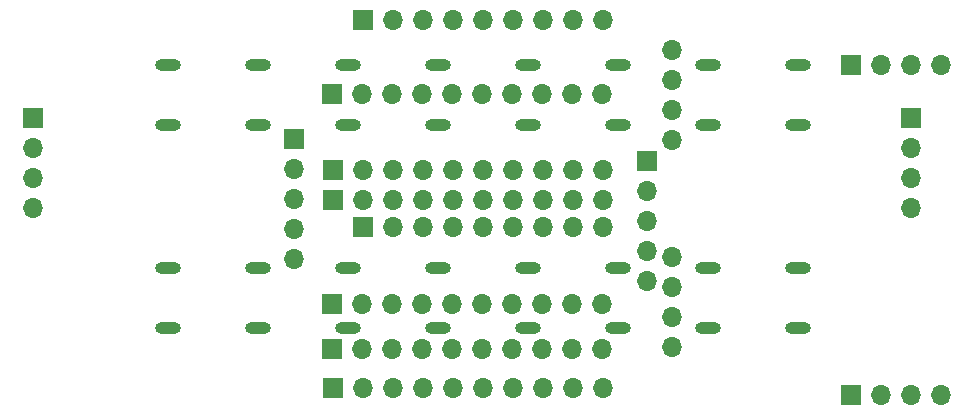
<source format=gbr>
%TF.GenerationSoftware,KiCad,Pcbnew,7.0.7*%
%TF.CreationDate,2023-10-01T14:50:05+02:00*%
%TF.ProjectId,MultiSwitch_Mcp23017_MiniSwitch,4d756c74-6953-4776-9974-63685f4d6370,1.0*%
%TF.SameCoordinates,Original*%
%TF.FileFunction,Soldermask,Bot*%
%TF.FilePolarity,Negative*%
%FSLAX46Y46*%
G04 Gerber Fmt 4.6, Leading zero omitted, Abs format (unit mm)*
G04 Created by KiCad (PCBNEW 7.0.7) date 2023-10-01 14:50:05*
%MOMM*%
%LPD*%
G01*
G04 APERTURE LIST*
%ADD10O,2.200000X1.000000*%
%ADD11R,1.700000X1.700000*%
%ADD12O,1.700000X1.700000*%
G04 APERTURE END LIST*
D10*
%TO.C,SW13*%
X181610000Y-126365000D03*
X181610000Y-121285000D03*
%TD*%
%TO.C,SW15*%
X196850000Y-126365000D03*
X196850000Y-121285000D03*
%TD*%
%TO.C,SW4*%
X173990000Y-104140000D03*
X173990000Y-109220000D03*
%TD*%
%TO.C,SW2*%
X158750000Y-104140000D03*
X158750000Y-109220000D03*
%TD*%
%TO.C,SW5*%
X181610000Y-104140000D03*
X181610000Y-109220000D03*
%TD*%
%TO.C,SW10*%
X158750000Y-126365000D03*
X158750000Y-121285000D03*
%TD*%
%TO.C,SW14*%
X189230000Y-126365000D03*
X189230000Y-121285000D03*
%TD*%
%TO.C,SW3*%
X166370000Y-104140000D03*
X166370000Y-109220000D03*
%TD*%
%TO.C,SW6*%
X189230000Y-104140000D03*
X189230000Y-109220000D03*
%TD*%
%TO.C,SW1*%
X151130000Y-104140000D03*
X151130000Y-109220000D03*
%TD*%
%TO.C,SW11*%
X166370000Y-126365000D03*
X166370000Y-121285000D03*
%TD*%
%TO.C,SW16*%
X204470000Y-126365000D03*
X204470000Y-121285000D03*
%TD*%
%TO.C,SW9*%
X151130000Y-126365000D03*
X151130000Y-121285000D03*
%TD*%
%TO.C,SW7*%
X196850000Y-104140000D03*
X196850000Y-109220000D03*
%TD*%
%TO.C,SW12*%
X173990000Y-126365000D03*
X173990000Y-121285000D03*
%TD*%
%TO.C,SW8*%
X204470000Y-104140000D03*
X204470000Y-109220000D03*
%TD*%
D11*
%TO.C,J3*%
X208915000Y-104140000D03*
D12*
X211455000Y-104140000D03*
X213995000Y-104140000D03*
X216535000Y-104140000D03*
%TD*%
D11*
%TO.C,J8*%
X164973000Y-106553000D03*
D12*
X167513000Y-106553000D03*
X170053000Y-106553000D03*
X172593000Y-106553000D03*
X175133000Y-106553000D03*
X177673000Y-106553000D03*
X180213000Y-106553000D03*
X182753000Y-106553000D03*
X185293000Y-106553000D03*
X187833000Y-106553000D03*
X187833000Y-124333000D03*
X187833000Y-128143000D03*
X185293000Y-124333000D03*
X185293000Y-128143000D03*
X182753000Y-124333000D03*
X182753000Y-128143000D03*
X180213000Y-124333000D03*
X180213000Y-128143000D03*
X177673000Y-124333000D03*
X177673000Y-128143000D03*
X175133000Y-124333000D03*
X175133000Y-128143000D03*
X172593000Y-124333000D03*
X172593000Y-128143000D03*
X170053000Y-124333000D03*
X170053000Y-128143000D03*
X167513000Y-124333000D03*
X167513000Y-128143000D03*
D11*
X164973000Y-124333000D03*
X164973000Y-128143000D03*
X161798000Y-110363000D03*
D12*
X161798000Y-112903000D03*
X191643000Y-117348000D03*
X191643000Y-114808000D03*
X161798000Y-115443000D03*
D11*
X191643000Y-112268000D03*
D12*
X161798000Y-117983000D03*
X161798000Y-120523000D03*
X191643000Y-122428000D03*
X191643000Y-119888000D03*
%TD*%
D11*
%TO.C,J1*%
X165100000Y-113030000D03*
D12*
X167640000Y-113030000D03*
X170180000Y-113030000D03*
X172720000Y-113030000D03*
X175260000Y-113030000D03*
X177800000Y-113030000D03*
X180340000Y-113030000D03*
X182880000Y-113030000D03*
X185420000Y-113030000D03*
X187960000Y-113030000D03*
X187960000Y-115570000D03*
X185420000Y-115570000D03*
X182880000Y-115570000D03*
X180340000Y-115570000D03*
X177800000Y-115570000D03*
X175260000Y-115570000D03*
X172720000Y-115570000D03*
X170180000Y-115570000D03*
X167640000Y-115570000D03*
D11*
X165100000Y-115570000D03*
X165100000Y-131445000D03*
D12*
X167640000Y-131445000D03*
X170180000Y-131445000D03*
X172720000Y-131445000D03*
X175260000Y-131445000D03*
X177800000Y-131445000D03*
X180340000Y-131445000D03*
X182880000Y-131445000D03*
X185420000Y-131445000D03*
X187960000Y-131445000D03*
%TD*%
D11*
%TO.C,J5*%
X213995000Y-108585000D03*
D12*
X213995000Y-111125000D03*
X213995000Y-113665000D03*
X213995000Y-116205000D03*
%TD*%
D11*
%TO.C,J7*%
X167640000Y-117856000D03*
D12*
X170180000Y-117856000D03*
X172720000Y-117856000D03*
X175260000Y-117856000D03*
X177800000Y-117856000D03*
X180340000Y-117856000D03*
X182880000Y-117856000D03*
X185420000Y-117856000D03*
X187960000Y-117856000D03*
X193770000Y-120396000D03*
X193770000Y-122936000D03*
X193770000Y-125476000D03*
X193770000Y-128016000D03*
%TD*%
D11*
%TO.C,J6*%
X167640000Y-100330000D03*
D12*
X170180000Y-100330000D03*
X172720000Y-100330000D03*
X175260000Y-100330000D03*
X177800000Y-100330000D03*
X180340000Y-100330000D03*
X182880000Y-100330000D03*
X185420000Y-100330000D03*
X187960000Y-100330000D03*
X193770000Y-102870000D03*
X193770000Y-105410000D03*
X193770000Y-107950000D03*
X193770000Y-110490000D03*
%TD*%
D11*
%TO.C,J4*%
X139700000Y-108585000D03*
D12*
X139700000Y-111125000D03*
X139700000Y-113665000D03*
X139700000Y-116205000D03*
%TD*%
D11*
%TO.C,J2*%
X208915000Y-132080000D03*
D12*
X211455000Y-132080000D03*
X213995000Y-132080000D03*
X216535000Y-132080000D03*
%TD*%
M02*

</source>
